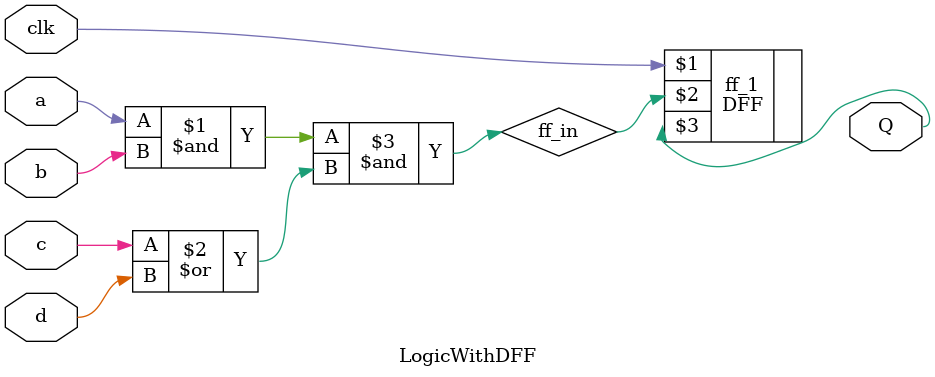
<source format=sv>
`timescale 1ns / 1ps


module LogicWithDFF(
    input a,
    input b,
    input c,
    input d,
    input clk,
    output Q
    );
    
    logic ff_in;
    DFF ff_1(clk, ff_in, Q);
    
    assign ff_in = a & b & (c | d); 
endmodule

</source>
